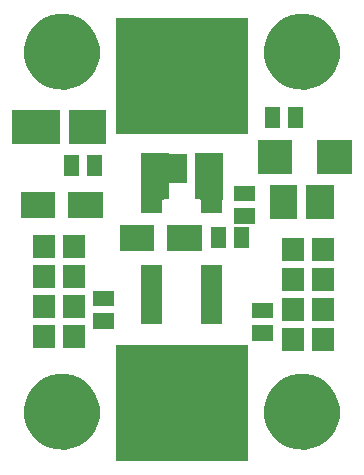
<source format=gbr>
G04 #@! TF.GenerationSoftware,KiCad,Pcbnew,(2017-02-05 revision 431abcf)-makepkg*
G04 #@! TF.CreationDate,2017-03-02T10:01:43+01:00*
G04 #@! TF.ProjectId,LINREG01A,4C494E5245473031412E6B696361645F,rev?*
G04 #@! TF.FileFunction,Soldermask,Bot*
G04 #@! TF.FilePolarity,Negative*
%FSLAX46Y46*%
G04 Gerber Fmt 4.6, Leading zero omitted, Abs format (unit mm)*
G04 Created by KiCad (PCBNEW (2017-02-05 revision 431abcf)-makepkg) date 03/02/17 10:01:43*
%MOMM*%
%LPD*%
G01*
G04 APERTURE LIST*
%ADD10C,0.500000*%
G04 APERTURE END LIST*
D10*
G36*
X20840000Y934000D02*
X9640000Y934000D01*
X9640000Y10734000D01*
X20840000Y10734000D01*
X20840000Y934000D01*
X20840000Y934000D01*
G37*
G36*
X5416110Y8277872D02*
X6030848Y8151685D01*
X6609363Y7908500D01*
X7129631Y7557574D01*
X7571824Y7112283D01*
X7919105Y6589582D01*
X8158249Y6009378D01*
X8280004Y5394466D01*
X8280004Y5394449D01*
X8280137Y5393776D01*
X8270128Y4676993D01*
X8269977Y4676330D01*
X8269977Y4676306D01*
X8131099Y4065032D01*
X7875851Y3491739D01*
X7514107Y2978933D01*
X7059653Y2546162D01*
X6529787Y2209900D01*
X5944712Y1982964D01*
X5326688Y1873989D01*
X4699273Y1887132D01*
X4086359Y2021890D01*
X3511293Y2273129D01*
X2995980Y2631282D01*
X2560044Y3082706D01*
X2220093Y3610208D01*
X1989075Y4193693D01*
X1875790Y4810936D01*
X1884551Y5438424D01*
X2015027Y6052266D01*
X2262248Y6629075D01*
X2616795Y7146877D01*
X3065163Y7585952D01*
X3590276Y7929576D01*
X4172132Y8164661D01*
X4788571Y8282254D01*
X5416110Y8277872D01*
X5416110Y8277872D01*
G37*
G36*
X25736110Y8277872D02*
X26350848Y8151685D01*
X26929363Y7908500D01*
X27449631Y7557574D01*
X27891824Y7112283D01*
X28239105Y6589582D01*
X28478249Y6009378D01*
X28600004Y5394466D01*
X28600004Y5394449D01*
X28600137Y5393776D01*
X28590128Y4676993D01*
X28589977Y4676330D01*
X28589977Y4676306D01*
X28451099Y4065032D01*
X28195851Y3491739D01*
X27834107Y2978933D01*
X27379653Y2546162D01*
X26849787Y2209900D01*
X26264712Y1982964D01*
X25646688Y1873989D01*
X25019273Y1887132D01*
X24406359Y2021890D01*
X23831293Y2273129D01*
X23315980Y2631282D01*
X22880044Y3082706D01*
X22540093Y3610208D01*
X22309075Y4193693D01*
X22195790Y4810936D01*
X22204551Y5438424D01*
X22335027Y6052266D01*
X22582248Y6629075D01*
X22936795Y7146877D01*
X23385163Y7585952D01*
X23910276Y7929576D01*
X24492132Y8164661D01*
X25108571Y8282254D01*
X25736110Y8277872D01*
X25736110Y8277872D01*
G37*
G36*
X25600000Y10214000D02*
X23676000Y10214000D01*
X23676000Y12138000D01*
X25600000Y12138000D01*
X25600000Y10214000D01*
X25600000Y10214000D01*
G37*
G36*
X28140000Y10214000D02*
X26216000Y10214000D01*
X26216000Y12138000D01*
X28140000Y12138000D01*
X28140000Y10214000D01*
X28140000Y10214000D01*
G37*
G36*
X4518000Y10468000D02*
X2594000Y10468000D01*
X2594000Y12392000D01*
X4518000Y12392000D01*
X4518000Y10468000D01*
X4518000Y10468000D01*
G37*
G36*
X7058000Y10468000D02*
X5134000Y10468000D01*
X5134000Y12392000D01*
X7058000Y12392000D01*
X7058000Y10468000D01*
X7058000Y10468000D01*
G37*
G36*
X22996500Y11103000D02*
X21199500Y11103000D01*
X21199500Y12392000D01*
X22996500Y12392000D01*
X22996500Y11103000D01*
X22996500Y11103000D01*
G37*
G36*
X9534500Y12119000D02*
X7737500Y12119000D01*
X7737500Y13408000D01*
X9534500Y13408000D01*
X9534500Y12119000D01*
X9534500Y12119000D01*
G37*
G36*
X13595000Y12494000D02*
X11805000Y12494000D01*
X11805000Y17494000D01*
X13595000Y17494000D01*
X13595000Y12494000D01*
X13595000Y12494000D01*
G37*
G36*
X18675000Y12494000D02*
X16885000Y12494000D01*
X16885000Y17494000D01*
X18675000Y17494000D01*
X18675000Y12494000D01*
X18675000Y12494000D01*
G37*
G36*
X28140000Y12754000D02*
X26216000Y12754000D01*
X26216000Y14678000D01*
X28140000Y14678000D01*
X28140000Y12754000D01*
X28140000Y12754000D01*
G37*
G36*
X25600000Y12754000D02*
X23676000Y12754000D01*
X23676000Y14678000D01*
X25600000Y14678000D01*
X25600000Y12754000D01*
X25600000Y12754000D01*
G37*
G36*
X7058000Y13008000D02*
X5134000Y13008000D01*
X5134000Y14932000D01*
X7058000Y14932000D01*
X7058000Y13008000D01*
X7058000Y13008000D01*
G37*
G36*
X4518000Y13008000D02*
X2594000Y13008000D01*
X2594000Y14932000D01*
X4518000Y14932000D01*
X4518000Y13008000D01*
X4518000Y13008000D01*
G37*
G36*
X22996500Y13008000D02*
X21199500Y13008000D01*
X21199500Y14297000D01*
X22996500Y14297000D01*
X22996500Y13008000D01*
X22996500Y13008000D01*
G37*
G36*
X9534500Y14024000D02*
X7737500Y14024000D01*
X7737500Y15313000D01*
X9534500Y15313000D01*
X9534500Y14024000D01*
X9534500Y14024000D01*
G37*
G36*
X28140000Y15294000D02*
X26216000Y15294000D01*
X26216000Y17218000D01*
X28140000Y17218000D01*
X28140000Y15294000D01*
X28140000Y15294000D01*
G37*
G36*
X25600000Y15294000D02*
X23676000Y15294000D01*
X23676000Y17218000D01*
X25600000Y17218000D01*
X25600000Y15294000D01*
X25600000Y15294000D01*
G37*
G36*
X4518000Y15548000D02*
X2594000Y15548000D01*
X2594000Y17472000D01*
X4518000Y17472000D01*
X4518000Y15548000D01*
X4518000Y15548000D01*
G37*
G36*
X7058000Y15548000D02*
X5134000Y15548000D01*
X5134000Y17472000D01*
X7058000Y17472000D01*
X7058000Y15548000D01*
X7058000Y15548000D01*
G37*
G36*
X28140000Y17834000D02*
X26216000Y17834000D01*
X26216000Y19758000D01*
X28140000Y19758000D01*
X28140000Y17834000D01*
X28140000Y17834000D01*
G37*
G36*
X25600000Y17834000D02*
X23676000Y17834000D01*
X23676000Y19758000D01*
X25600000Y19758000D01*
X25600000Y17834000D01*
X25600000Y17834000D01*
G37*
G36*
X4518000Y18088000D02*
X2594000Y18088000D01*
X2594000Y20012000D01*
X4518000Y20012000D01*
X4518000Y18088000D01*
X4518000Y18088000D01*
G37*
G36*
X7058000Y18088000D02*
X5134000Y18088000D01*
X5134000Y20012000D01*
X7058000Y20012000D01*
X7058000Y18088000D01*
X7058000Y18088000D01*
G37*
G36*
X12912700Y18711570D02*
X10013340Y18711570D01*
X10013340Y20912430D01*
X12912700Y20912430D01*
X12912700Y18711570D01*
X12912700Y18711570D01*
G37*
G36*
X16910660Y18711570D02*
X14011300Y18711570D01*
X14011300Y20912430D01*
X16910660Y20912430D01*
X16910660Y18711570D01*
X16910660Y18711570D01*
G37*
G36*
X20901000Y18913500D02*
X19612000Y18913500D01*
X19612000Y20710500D01*
X20901000Y20710500D01*
X20901000Y18913500D01*
X20901000Y18913500D01*
G37*
G36*
X18996000Y18913500D02*
X17707000Y18913500D01*
X17707000Y20710500D01*
X18996000Y20710500D01*
X18996000Y18913500D01*
X18996000Y18913500D01*
G37*
G36*
X21472500Y21009000D02*
X19675500Y21009000D01*
X19675500Y22298000D01*
X21472500Y22298000D01*
X21472500Y21009000D01*
X21472500Y21009000D01*
G37*
G36*
X25025960Y21410320D02*
X22675240Y21410320D01*
X22675240Y24309680D01*
X25025960Y24309680D01*
X25025960Y21410320D01*
X25025960Y21410320D01*
G37*
G36*
X28124760Y21410320D02*
X25774040Y21410320D01*
X25774040Y24309680D01*
X28124760Y24309680D01*
X28124760Y21410320D01*
X28124760Y21410320D01*
G37*
G36*
X8528660Y21505570D02*
X5629300Y21505570D01*
X5629300Y23706430D01*
X8528660Y23706430D01*
X8528660Y21505570D01*
X8528660Y21505570D01*
G37*
G36*
X4530700Y21505570D02*
X1631340Y21505570D01*
X1631340Y23706430D01*
X4530700Y23706430D01*
X4530700Y21505570D01*
X4530700Y21505570D01*
G37*
G36*
X14151921Y26950491D02*
X14157612Y26931732D01*
X14166853Y26914443D01*
X14179289Y26899289D01*
X14194443Y26886853D01*
X14211732Y26877612D01*
X14230491Y26871921D01*
X14250000Y26870000D01*
X15694000Y26870000D01*
X15694000Y24438000D01*
X14250000Y24438000D01*
X14230491Y24436079D01*
X14211732Y24430388D01*
X14194443Y24421147D01*
X14179289Y24408711D01*
X14166853Y24393557D01*
X14157612Y24376268D01*
X14151921Y24357509D01*
X14150000Y24338000D01*
X14150000Y23052000D01*
X13695000Y23052000D01*
X13675491Y23050079D01*
X13656732Y23044388D01*
X13639443Y23035147D01*
X13624289Y23022711D01*
X13611853Y23007557D01*
X13602612Y22990268D01*
X13596921Y22971509D01*
X13595000Y22952000D01*
X13595000Y21876000D01*
X11805000Y21876000D01*
X11805000Y22952000D01*
X11803079Y22971509D01*
X11797388Y22990268D01*
X11788147Y23007557D01*
X11775711Y23022711D01*
X11760557Y23035147D01*
X11750000Y23040790D01*
X11750000Y26952000D01*
X14151772Y26952000D01*
X14151921Y26950491D01*
X14151921Y26950491D01*
G37*
G36*
X18730000Y23040790D02*
X18719443Y23035147D01*
X18704289Y23022711D01*
X18691853Y23007557D01*
X18682612Y22990268D01*
X18676921Y22971509D01*
X18675000Y22952000D01*
X18675000Y21876000D01*
X16885000Y21876000D01*
X16885000Y22952000D01*
X16883079Y22971509D01*
X16877388Y22990268D01*
X16868147Y23007557D01*
X16855711Y23022711D01*
X16840557Y23035147D01*
X16823268Y23044388D01*
X16804509Y23050079D01*
X16785000Y23052000D01*
X16330000Y23052000D01*
X16330000Y26952000D01*
X18730000Y26952000D01*
X18730000Y23040790D01*
X18730000Y23040790D01*
G37*
G36*
X21472500Y22914000D02*
X19675500Y22914000D01*
X19675500Y24203000D01*
X21472500Y24203000D01*
X21472500Y22914000D01*
X21472500Y22914000D01*
G37*
G36*
X8455000Y25009500D02*
X7166000Y25009500D01*
X7166000Y26806500D01*
X8455000Y26806500D01*
X8455000Y25009500D01*
X8455000Y25009500D01*
G37*
G36*
X6550000Y25009500D02*
X5261000Y25009500D01*
X5261000Y26806500D01*
X6550000Y26806500D01*
X6550000Y25009500D01*
X6550000Y25009500D01*
G37*
G36*
X24604320Y25220320D02*
X21654160Y25220320D01*
X21654160Y28119680D01*
X24604320Y28119680D01*
X24604320Y25220320D01*
X24604320Y25220320D01*
G37*
G36*
X29653840Y25220320D02*
X26703680Y25220320D01*
X26703680Y28119680D01*
X29653840Y28119680D01*
X29653840Y25220320D01*
X29653840Y25220320D01*
G37*
G36*
X4959960Y27760320D02*
X826160Y27760320D01*
X826160Y30659680D01*
X4959960Y30659680D01*
X4959960Y27760320D01*
X4959960Y27760320D01*
G37*
G36*
X8825840Y27760320D02*
X5708040Y27760320D01*
X5708040Y30659680D01*
X8825840Y30659680D01*
X8825840Y27760320D01*
X8825840Y27760320D01*
G37*
G36*
X20840000Y28636000D02*
X9640000Y28636000D01*
X9640000Y38436000D01*
X20840000Y38436000D01*
X20840000Y28636000D01*
X20840000Y28636000D01*
G37*
G36*
X23568000Y29073500D02*
X22279000Y29073500D01*
X22279000Y30870500D01*
X23568000Y30870500D01*
X23568000Y29073500D01*
X23568000Y29073500D01*
G37*
G36*
X25473000Y29073500D02*
X24184000Y29073500D01*
X24184000Y30870500D01*
X25473000Y30870500D01*
X25473000Y29073500D01*
X25473000Y29073500D01*
G37*
G36*
X5416110Y38757872D02*
X6030848Y38631685D01*
X6609363Y38388500D01*
X7129631Y38037574D01*
X7571824Y37592283D01*
X7919105Y37069582D01*
X8158249Y36489378D01*
X8280004Y35874466D01*
X8280004Y35874449D01*
X8280137Y35873776D01*
X8270128Y35156993D01*
X8269977Y35156330D01*
X8269977Y35156306D01*
X8131099Y34545032D01*
X7875851Y33971739D01*
X7514107Y33458933D01*
X7059653Y33026162D01*
X6529787Y32689900D01*
X5944712Y32462964D01*
X5326688Y32353989D01*
X4699273Y32367132D01*
X4086359Y32501890D01*
X3511293Y32753129D01*
X2995980Y33111282D01*
X2560044Y33562706D01*
X2220093Y34090208D01*
X1989075Y34673693D01*
X1875790Y35290936D01*
X1884551Y35918424D01*
X2015027Y36532266D01*
X2262248Y37109075D01*
X2616795Y37626877D01*
X3065163Y38065952D01*
X3590276Y38409576D01*
X4172132Y38644661D01*
X4788571Y38762254D01*
X5416110Y38757872D01*
X5416110Y38757872D01*
G37*
G36*
X25736110Y38757872D02*
X26350848Y38631685D01*
X26929363Y38388500D01*
X27449631Y38037574D01*
X27891824Y37592283D01*
X28239105Y37069582D01*
X28478249Y36489378D01*
X28600004Y35874466D01*
X28600004Y35874449D01*
X28600137Y35873776D01*
X28590128Y35156993D01*
X28589977Y35156330D01*
X28589977Y35156306D01*
X28451099Y34545032D01*
X28195851Y33971739D01*
X27834107Y33458933D01*
X27379653Y33026162D01*
X26849787Y32689900D01*
X26264712Y32462964D01*
X25646688Y32353989D01*
X25019273Y32367132D01*
X24406359Y32501890D01*
X23831293Y32753129D01*
X23315980Y33111282D01*
X22880044Y33562706D01*
X22540093Y34090208D01*
X22309075Y34673693D01*
X22195790Y35290936D01*
X22204551Y35918424D01*
X22335027Y36532266D01*
X22582248Y37109075D01*
X22936795Y37626877D01*
X23385163Y38065952D01*
X23910276Y38409576D01*
X24492132Y38644661D01*
X25108571Y38762254D01*
X25736110Y38757872D01*
X25736110Y38757872D01*
G37*
M02*

</source>
